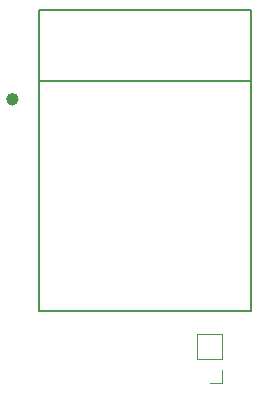
<source format=gbr>
G04 #@! TF.GenerationSoftware,KiCad,Pcbnew,no-vcs-found-33e0758~58~ubuntu16.04.1*
G04 #@! TF.CreationDate,2018-03-21T11:11:48+01:00*
G04 #@! TF.ProjectId,dropbuzzer,64726F7062757A7A65722E6B69636164,rev?*
G04 #@! TF.FileFunction,Legend,Top*
G04 #@! TF.FilePolarity,Positive*
%FSLAX46Y46*%
G04 Gerber Fmt 4.6, Leading zero omitted, Abs format (unit mm)*
G04 Created by KiCad (PCBNEW no-vcs-found-33e0758~58~ubuntu16.04.1) date Wed Mar 21 11:11:48 2018*
%MOMM*%
%LPD*%
G01*
G04 APERTURE LIST*
%ADD10C,0.100000*%
%ADD11C,0.500000*%
%ADD12C,0.150000*%
%ADD13C,0.120000*%
G04 APERTURE END LIST*
D10*
D11*
X103077981Y-54296000D02*
G75*
G03X103077981Y-54296000I-283981J0D01*
G01*
D12*
X123000000Y-52750000D02*
X105000000Y-52750000D01*
X105000000Y-46750000D02*
X105000000Y-72250000D01*
X123000000Y-46750000D02*
X123000000Y-72250000D01*
X123000000Y-72250000D02*
X105000000Y-72250000D01*
X123000000Y-46750000D02*
X105000000Y-46750000D01*
D13*
X120560000Y-74190000D02*
X118440000Y-74190000D01*
X120560000Y-76250000D02*
X120560000Y-74190000D01*
X118440000Y-76250000D02*
X118440000Y-74190000D01*
X120560000Y-76250000D02*
X118440000Y-76250000D01*
X120560000Y-77250000D02*
X120560000Y-78310000D01*
X120560000Y-78310000D02*
X119500000Y-78310000D01*
D12*
M02*

</source>
